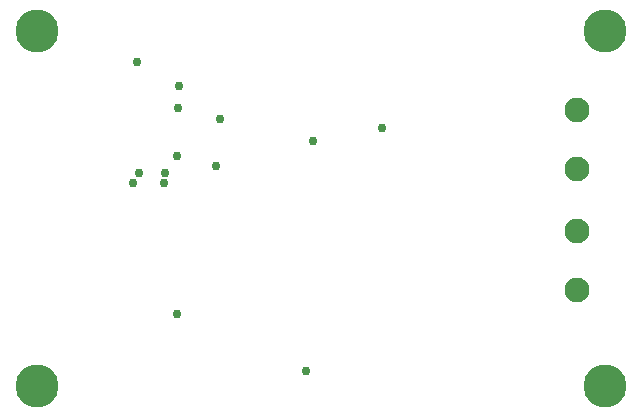
<source format=gbs>
G04*
G04 #@! TF.GenerationSoftware,Altium Limited,Altium Designer,24.2.2 (26)*
G04*
G04 Layer_Color=16711935*
%FSLAX44Y44*%
%MOMM*%
G71*
G04*
G04 #@! TF.SameCoordinates,967F0760-92D6-49E7-A335-9EBDF73BCE5C*
G04*
G04*
G04 #@! TF.FilePolarity,Negative*
G04*
G01*
G75*
%ADD42C,2.1016*%
%ADD43C,0.7500*%
%ADD44C,3.6500*%
D42*
X487172Y160782D02*
D03*
Y110693D02*
D03*
Y213462D02*
D03*
Y263550D02*
D03*
D43*
X116586Y209804D02*
D03*
X111252Y201422D02*
D03*
X322072Y248412D02*
D03*
X263652Y236982D02*
D03*
X138938Y209804D02*
D03*
X185166Y255270D02*
D03*
X115062Y303530D02*
D03*
X181864Y215646D02*
D03*
X137414Y201422D02*
D03*
X148844Y90932D02*
D03*
Y224282D02*
D03*
X150114Y283972D02*
D03*
X149937Y264978D02*
D03*
X258278Y42273D02*
D03*
D44*
X30000Y30000D02*
D03*
X510640D02*
D03*
Y330000D02*
D03*
X30000D02*
D03*
M02*

</source>
